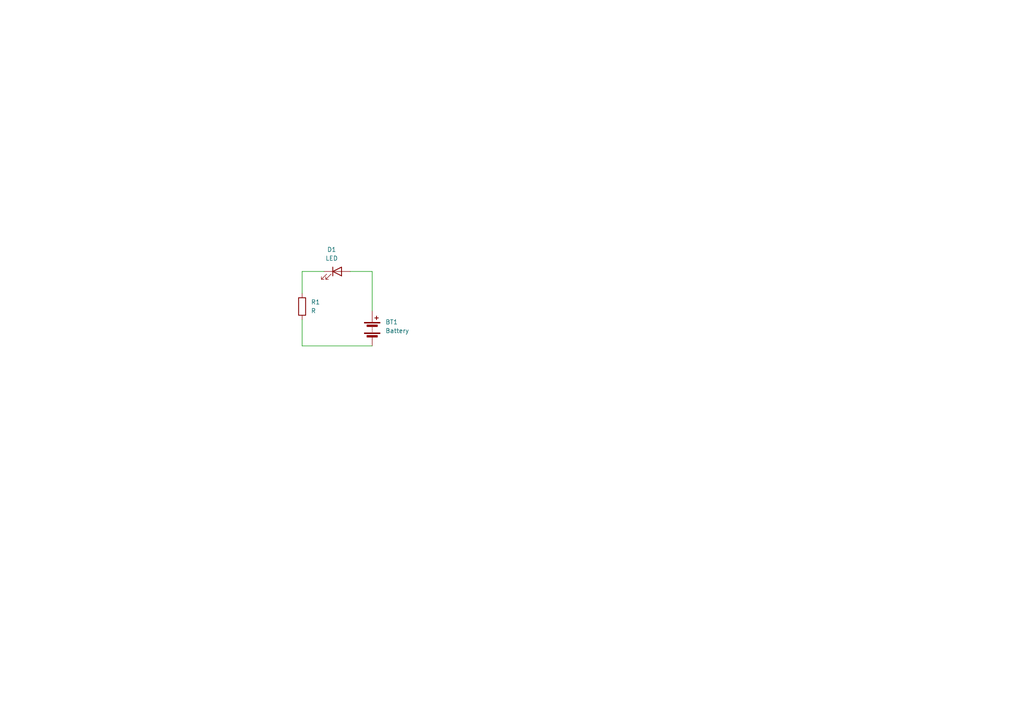
<source format=kicad_sch>
(kicad_sch (version 20230121) (generator eeschema)
  (paper "A4")
  (lib_symbols
    (symbol "Device:Battery" (pin_numbers hide) (pin_names (offset 0) hide)
      (property "Reference" "BT" (at 2.54 2.54 0))
      (property "Value" "Battery" (at 2.54 0 0))
      (symbol "Battery_0_1"
        (rectangle (start -2.286 -1.27) (end 2.286 -1.524) (fill (type outline)))
        (rectangle (start -2.286 1.778) (end 2.286 1.524) (fill (type outline)))
        (rectangle (start -1.524 -2.032) (end 1.524 -2.54) (fill (type outline)))
        (rectangle (start -1.524 1.016) (end 1.524 0.508) (fill (type outline)))
        (polyline (pts (xy 0 -1.016) (xy 0 -0.762)))
        (polyline (pts (xy 0 -0.508) (xy 0 -0.254)))
        (polyline (pts (xy 0 0) (xy 0 0.254)))
        (polyline (pts (xy 0 1.778) (xy 0 2.54)))
        (polyline (pts (xy 0.762 3.048) (xy 1.778 3.048)) (stroke (width 0.254)))
        (polyline (pts (xy 1.27 3.556) (xy 1.27 2.54)) (stroke (width 0.254)))
      )
      (symbol "Battery_1_1"
        (pin passive line (at 0 5.08 270) (length 2.54) (name "+") (number "1"))
        (pin passive line (at 0 -5.08 90) (length 2.54) (name "-") (number "2"))
      )
    )
    (symbol "Device:LED" (pin_numbers hide) (pin_names (offset 1.016) hide)
      (property "Reference" "D" (at 0 2.54 0))
      (property "Value" "LED" (at 0 -2.54 0))
      (symbol "LED_0_1"
        (polyline (pts (xy -1.27 -1.27) (xy -1.27 1.27)) (stroke (width 0.254)))
        (polyline (pts (xy -1.27 0) (xy 1.27 0)))
        (polyline (pts (xy 1.27 -1.27) (xy 1.27 1.27) (xy -1.27 0) (xy 1.27 -1.27)) (stroke (width 0.254)))
        (polyline (pts (xy -3.048 -0.762) (xy -4.572 -2.286) (xy -3.81 -2.286) (xy -4.572 -2.286) (xy -4.572 -1.524)))
        (polyline (pts (xy -1.778 -0.762) (xy -3.302 -2.286) (xy -2.54 -2.286) (xy -3.302 -2.286) (xy -3.302 -1.524)))
      )
      (symbol "LED_1_1"
        (pin passive line (at -3.81 0 0) (length 2.54) (name "K") (number "1"))
        (pin passive line (at 3.81 0 180) (length 2.54) (name "A") (number "2"))
      )
    )
    (symbol "Device:R" (pin_numbers hide) (pin_names (offset 0))
      (property "Reference" "R" (at 2.032 0 90))
      (property "Value" "R" (at 0 0 90))
      (symbol "R_0_1"
        (rectangle (start -1.016 -2.54) (end 1.016 2.54) (stroke (width 0.254)))
      )
      (symbol "R_1_1"
        (pin passive line (at 0 3.81 270) (length 1.27) (name "~") (number "1"))
        (pin passive line (at 0 -3.81 90) (length 1.27) (name "~") (number "2"))
      )
    )
  )
  (wire (pts (xy 87.63 92.71) (xy 87.63 100.33)))
  (wire (pts (xy 107.95 90.17) (xy 107.95 78.74)))
  (wire (pts (xy 87.63 100.33) (xy 107.95 100.33)))
  (wire (pts (xy 107.95 78.74) (xy 101.6 78.74)))
  (wire (pts (xy 93.98 78.74) (xy 87.63 78.74)))
  (wire (pts (xy 87.63 78.74) (xy 87.63 85.09)))
  (symbol (lib_id "Device:Battery") (at 107.95 95.25 0) (unit 1)
    (property "Reference" "BT1" (at 111.76 93.4085 0) (effects (justify left)))
    (property "Value" "Battery" (at 111.76 95.9485 0) (effects (justify left)))
  )
  (symbol (lib_id "Device:LED") (at 97.79 78.74 0) (unit 1)
    (property "Reference" "D1" (at 96.2025 72.39 0))
    (property "Value" "LED" (at 96.2025 74.93 0))
  )
  (symbol (lib_id "Device:R") (at 87.63 88.9 0) (unit 1)
    (property "Reference" "R1" (at 90.17 87.63 0) (effects (justify left)))
    (property "Value" "R" (at 90.17 90.17 0) (effects (justify left)))
  )
)
</source>
